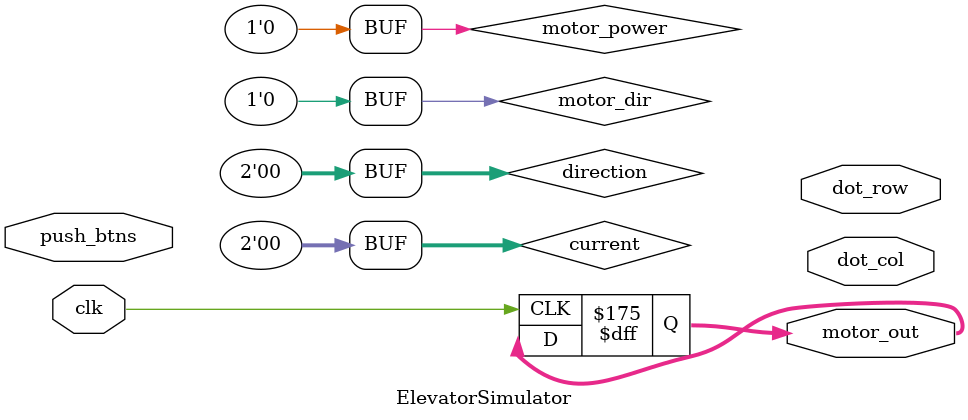
<source format=v>
/**
 * Embedded System in Soongsil University
 * Author	: Namyun Kim, Hanter Jung
 * Date		: 19. June. 2014
 **/
module ElevatorSimulator(clk,push_btns,motor_out,dot_col,dot_row);
	input clk;
	input [8:0] push_btns;
	output [3:0] motor_out;
	output [11:0] dot_col, dot_row;
	
	reg [3:0] motor_out;
	reg motor_count;
	reg motor_dir;
	reg motor_power;
	
	// About elevator control
	reg [8:0] ready_queue [2:0];
	reg [1:0] current;
	reg [1:0] direction;
	
	reg input_status;
	
	// Initialize variables
	initial
	begin
		// Motor
		motor_count = 0;
		motor_dir = 0;
		motor_power = 0;
		motor_out = 0;
		
		ready_queue[0] = 8'd1; // Located at 1st floor at first time
		ready_queue[1] = 8'd1; // Located at 1st floor at first time
		current = 0;
		direction = 0;
		
		input_status = 0;
	end
	
	// Push buttons
	always@(posedge push_btns[0])
	begin
		if(input_status == 0)
		begin
			input_status = 1;
		end
		else if(input_status == 1)
		begin
			input_status = 0;
		end
	end
	
	// Motor Control
	always@(posedge clk)
	begin
		if(motor_power == 0)
		begin
			if(motor_count == 30'd960000)
			begin
				case(motor_dir)
				1'b0: begin motor_out = 4'b1001; end
				1'b1: begin motor_out = 4'b0101; end
				endcase
				motor_count = 0;
			end
			else if(motor_count == 30'd240000)
			begin
				case(motor_dir)
				1'b0: begin motor_out = 4'b1010; end
				1'b1: begin motor_out = 4'b0110; end
				endcase
				motor_count = motor_count + 1;
			end
			else if(motor_count == 30'd480000)
			begin
				case(motor_dir)
				1'b0: begin motor_out = 4'b0110; end
				1'b1: begin motor_out = 4'b1010; end
				endcase
				motor_count = motor_count + 1;
			end
			else if(motor_count == 30'd720000)
			begin
				case(motor_dir)
				1'b0: begin motor_out = 4'b0101; end
				1'b1: begin motor_out = 4'b1001; end
				endcase
				motor_count = motor_count + 1;
			end
			else
			begin
				motor_count = motor_count + 1;
			end
		end
	end
	
	// Elevator Schduling Algorithm
	function schedule;
		input current;
		input destination;
	begin
		reg min = minimum((destination-current[0]),(destination-current[1]));
		// Check same direction
		
		// Check ready queue
		
	end
	endfunction
	
	// Get Ready Queue Status
	function get_ready_status;
		input elevator;
	begin
		reg ready_count = 0, i;
		for(i = 0; i < 10; i = i+1)
		begin
			if(ready_queue[elevator][i] == 1)
			begin
				ready_count = ready_count + 1;
			end
		end
	end
	endfunction
	
	// Get minimum
	function minimum;
		input a,b;
	begin
		minimum = (a<=b)?0:1;
	end
	endfunction
	
endmodule
</source>
